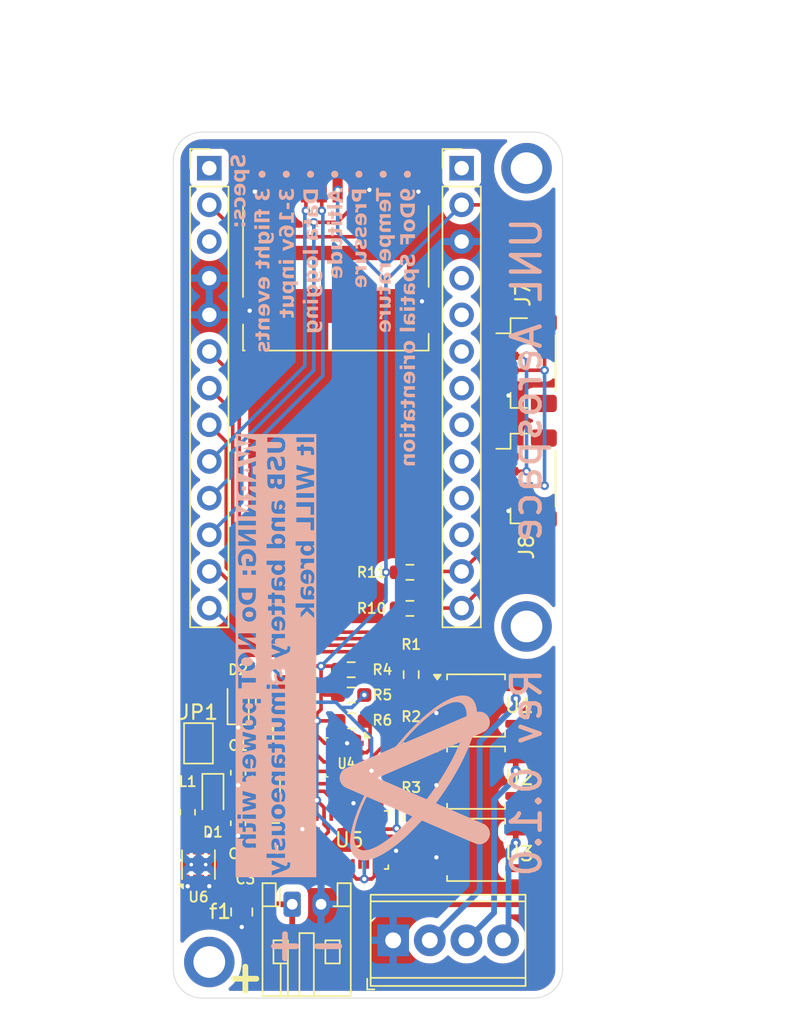
<source format=kicad_pcb>
(kicad_pcb (version 20240108) (generator "pcbnew") (generator_version "8.0")
  (layers (0 "F.Cu" signal) (31 "B.Cu" signal) (34 "B.Paste" user) (35 "F.Paste" user) (36 "B.SilkS" user "B.Silkscreen") (37 "F.SilkS" user "F.Silkscreen") (38 "B.Mask" user) (39 "F.Mask" user) (44 "Edge.Cuts" user))
  (net 0 "")
  (net 1 "+3.3V")
  (net 2 "Net-(R1-Pad2)")
  (net 3 "/Ignitor Logic 3 +")
  (net 4 "Net-(R2-Pad2)")
  (net 5 "/Ignitor Logic 2 +")
  (net 6 "/Ignitor Logic 1 +")
  (net 7 "Net-(R3-Pad2)")
  (net 8 "/SDA")
  (net 9 "/SDA Inter Board")
  (net 18 "/SCL Inter Board")
  (net 19 "/SCL")
  (net 21 "/Ignitor Terminal 2")
  (net 23 "/Ignitor Terminal 3")
  (net 24 "/Ignitor Terminal 1")
  (net 25 "Net-(U4-CSB)")
  (net 30 "Net-(U5-PS0)")
  (net 36 "Net-(U5-CAP)")
  (net 38 "Net-(U4-SDO)")
  (net 39 "Net-(U5-XOUT32)")
  (net 40 "Net-(U5-XIN32)")
  (net 41 "+BATT")
  (net 42 "Net-(U6-SW)")
  (net 45 "Net-(D1-A)")
  (net 46 "GND")
  (net 47 "Net-(D1-K)")
  (net 48 "Net-(D2-A)")
  (net 49 "/SPI CS")
  (net 50 "/SPI SDO")
  (net 51 "/SPI SDI")
  (net 52 "/SPI SCK")
  (footprint "Resistor_SMD:R_0603_1608Metric_Pad0.98x0.95mm_HandSolder" (layer "F.Cu") (at 110.75 106 -90)
    (property "Reference" "R3")
    (property "Value" "4.4k")
  )
  (footprint "Capacitor_SMD:C_0603_1608Metric_Pad1.08x0.95mm_HandSolder" (layer "F.Cu") (at 98.75 106.3875 -90)
    (property "Reference" "C2")
    (property "Value" "22pF")
  )
  (footprint "Resistor_SMD:R_0603_1608Metric_Pad0.98x0.95mm_HandSolder" (layer "F.Cu") (at 110.75 96.0875 -90)
    (property "Reference" "R1")
    (property "Value" "4.4k")
  )
  (footprint "TerminalBlock_Phoenix:TerminalBlock_Phoenix_MPT-0,5-4-2.54_1x04_P2.54mm_Horizontal" (layer "F.Cu") (at 109.5 114.5)
    (property "Reference" "J3" (hide yes))
    (property "Value" "Ignitor Output")
  )
  (footprint "LED_SMD:LED_0603_1608Metric_Pad1.05x0.95mm_HandSolder" (layer "F.Cu") (at 98.75 97.875 90)
    (property "Reference" "D2")
    (property "Value" "LED")
  )
  (footprint "Crystal:Crystal_SMD_G8-2Pin_3.2x1.5mm_HandSoldering" (layer "F.Cu") (at 100.70625 103.66875 90)
    (property "Reference" "Y1")
    (property "Value" "32.768kHz")
  )
  (footprint "Resistor_SMD:R_0603_1608Metric_Pad0.98x0.95mm_HandSolder" (layer "F.Cu") (at 102.70625 101.88125 -90)
    (property "Reference" "R9")
    (property "Value" "10k")
  )
  (footprint "Resistor_SMD:R_0603_1608Metric_Pad0.98x0.95mm_HandSolder" (layer "F.Cu") (at 100.5 97.9125 90)
    (property "Reference" "R7")
    (property "Value" "4.4k")
  )
  (footprint "Resistor_SMD:R_0603_1608Metric_Pad0.98x0.95mm_HandSolder" (layer "F.Cu") (at 102 108.2125 90)
    (property "Reference" "R8")
    (property "Value" "10k")
  )
  (footprint "Inductor_SMD:L_0603_1608Metric_Pad1.05x0.95mm_HandSolder" (layer "F.Cu") (at 95.25 105.625 90)
    (property "Reference" "L1")
    (property "Value" "2.2µH")
  )
  (footprint "MountingHole:MountingHole_2.2mm_M2_ISO7380_Pad" (layer "F.Cu") (at 118.75 61)
    (property "Reference" "H3" (hide yes))
    (property "Value" "MountingHole")
  )
  (footprint "Package_SO:SOP-4_3.8x4.1mm_P2.54mm" (layer "F.Cu") (at 115.25 108.23)
    (property "Reference" "U3")
    (property "Value" "CPC1002N")
  )
  (footprint "Package_LGA:Bosch_LGA-8_2.5x2.5mm_P0.65mm_ClockwisePinNumbering" (layer "F.Cu") (at 106.18125 101.81875 -90)
    (property "Reference" "U4")
    (property "Value" "BME280")
  )
  (footprint "Resistor_SMD:R_0603_1608Metric_Pad0.98x0.95mm_HandSolder" (layer "F.Cu") (at 106.5875 95.75)
    (property "Reference" "R4")
    (property "Value" "4.4k")
  )
  (footprint "Jumper:SolderJumper-2_P1.3mm_Bridged_Pad1.0x1.5mm" (layer "F.Cu") (at 96 100.85 90)
    (property "Reference" "JP1")
    (property "Value" "Battery")
  )
  (footprint "Package_SO:SOP-4_3.8x4.1mm_P2.54mm" (layer "F.Cu") (at 115.25 103.23)
    (property "Reference" "U2")
    (property "Value" "CPC1002N")
  )
  (footprint "Capacitor_SMD:C_0603_1608Metric_Pad1.08x0.95mm_HandSolder" (layer "F.Cu") (at 100.25 108.2625 90)
    (property "Reference" "C3")
    (property "Value" "0.1µF")
  )
  (footprint "Package_LGA:LGA-28_5.2x3.8mm_P0.5mm" (layer "F.Cu") (at 106.45625 107.54375)
    (property "Reference" "U5")
    (property "Value" "BNO055")
  )
  (footprint "Resistor_SMD:R_0603_1608Metric_Pad0.98x0.95mm_HandSolder" (layer "F.Cu") (at 110.6625 89)
    (property "Reference" "R11")
    (property "Value" "4.4k")
  )
  (footprint "Connector_Card:microSD_HC_Hirose_DM3D-SF" (layer "F.Cu") (at 105.525 67.85 180)
    (property "Reference" "J4" (hide yes))
    (property "Value" "Micro_SD_Card")
  )
  (footprint "MountingHole:MountingHole_2.2mm_M2_ISO7380_Pad" (layer "F.Cu") (at 118.75 92.75)
    (property "Reference" "H2" (hide yes))
    (property "Value" "MountingHole")
  )
  (footprint "Connector_PinHeader_2.54mm:PinHeader_1x13_P2.54mm_Vertical" (layer "F.Cu") (at 96.75 61)
    (property "Reference" "J2" (hide yes))
    (property "Value" "Conn_01x13_Socket")
  )
  (footprint "Resistor_SMD:R_0603_1608Metric_Pad0.98x0.95mm_HandSolder" (layer "F.Cu") (at 110.75 101.0875 -90)
    (property "Reference" "R2")
    (property "Value" "4.4k")
  )
  (footprint "Capacitor_SMD:C_0603_1608Metric_Pad1.08x0.95mm_HandSolder" (layer "F.Cu") (at 98.75 102.8875 -90)
    (property "Reference" "C1")
    (property "Value" "22pF")
  )
  (footprint "Diode_SMD:D_0603_1608Metric_Pad1.05x0.95mm_HandSolder" (layer "F.Cu") (at 97 104.625 -90)
    (property "Reference" "D1")
    (property "Value" "D")
  )
  (footprint "Package_SON:WSON-8-1EP_2x2mm_P0.5mm_EP0.9x1.6mm_ThermalVias" (layer "F.Cu") (at 96 109.25 90)
    (property "Reference" "U6")
    (property "Value" "TPS62172DSG")
  )
  (footprint "Connector_JST:JST_PH_S2B-PH-K_1x02_P2.00mm_Horizontal" (layer "F.Cu") (at 102.5 112)
    (property "Reference" "J5" (hide yes))
    (property "Value" "Battery Input")
  )
  (footprint "Package_SO:SOP-4_3.8x4.1mm_P2.54mm" (layer "F.Cu") (at 115.25 98.23)
    (property "Reference" "U1")
    (property "Value" "CPC1002N")
  )
  (footprint "Resistor_SMD:R_0603_1608Metric_Pad0.98x0.95mm_HandSolder" (layer "F.Cu") (at 106.61875 99.29375 180)
    (property "Reference" "R6")
    (property "Value" "10k")
  )
  (footprint "Connector_PinHeader_2.54mm:PinHeader_1x13_P2.54mm_Vertical" (layer "F.Cu") (at 114.25 61)
    (property "Reference" "J1" (hide yes))
    (property "Value" "Conn_01x13_Socket")
  )
  (footprint "Resistor_SMD:R_0603_1608Metric_Pad0.98x0.95mm_HandSolder" (layer "F.Cu") (at 106.5875 97.5)
    (property "Reference" "R5")
    (property "Value" "4.4k")
  )
  (footprint "G2Custom:JST_SH_BM04B-SRSS-TB_1x04-1MP_P1.00mm_Vertical-CUSTOM" (layer "F.Cu") (at 118.75 74.5 -90)
    (property "Reference" "J7")
    (property "Value" "Connector 1")
  )
  (footprint "G2Custom:JST_SH_BM04B-SRSS-TB_1x04-1MP_P1.00mm_Vertical-CUSTOM" (layer "F.Cu") (at 118.75 82.5 -90)
    (property "Reference" "J8")
    (property "Value" "Connector 2")
  )
  (footprint "Capacitor_SMD:C_0805_2012Metric_Pad1.18x1.45mm_HandSolder" (layer "F.Cu") (at 99 112.5375 -90)
    (property "Reference" "f1")
    (property "Value" "10µF")
  )
  (footprint "Resistor_SMD:R_0603_1608Metric_Pad0.98x0.95mm_HandSolder" (layer "F.Cu") (at 110.6625 91.5)
    (property "Reference" "R10")
    (property "Value" "4.4k")
  )
  (footprint "MountingHole:MountingHole_2.2mm_M2_ISO7380_Pad" (layer "F.Cu") (at 96.75 116)
    (property "Reference" "H1" (hide yes))
    (property "Value" "MountingHole")
  )
  (footprint "LOGO" (layer "B.Cu") (at 111 103.25 -90)
    (property "Reference" "G***" (hide yes))
    (property "Value" "LOGO" (hide yes))
  )
  (gr_line (start 96.25 118.5) (end 119.25 118.5) (stroke (width 0.05)) (layer "Edge.Cuts"))
  (gr_arc (start 96.25 118.5) (mid 94.835786 117.914214) (end 94.25 116.5) (stroke (width 0.05)) (layer "Edge.Cuts"))
  (gr_arc (start 94.25 60.5) (mid 94.835786 59.085786) (end 96.25 58.5) (stroke (width 0.05)) (layer "Edge.Cuts"))
  (gr_line (start 121.25 60.5) (end 121.25 116.5) (stroke (width 0.05)) (layer "Edge.Cuts"))
  (gr_arc (start 119.25 58.5) (mid 120.664214 59.085786) (end 121.25 60.5) (stroke (width 0.05)) (layer "Edge.Cuts"))
  (gr_line (start 96.25 58.5) (end 119.25 58.5) (stroke (width 0.05)) (layer "Edge.Cuts"))
  (gr_line (start 94.25 60.5) (end 94.25 116.5) (stroke (width 0.05)) (layer "Edge.Cuts"))
  (gr_arc (start 121.25 116.5) (mid 120.664214 117.914214) (end 119.25 118.5) (stroke (width 0.05)) (layer "Edge.Cuts"))
  (gr_text "Rev 0.1.0" (at 118.75 95.5 90) (layer "B.SilkS") (effects (font (size 2 2) (thickness 0.3) (bold yes)) (justify left mirror)))
  (gr_text "-" (at 105 114.75 0) (layer "B.SilkS") (effects (font (size 2.2 2) (thickness 0.4) (bold yes))))
  (gr_text "WARNING: Do NOT power with \nUSB and battery simultaneously\nIt WILL break" (at 101.5 79.5 90) (layer "B.SilkS" knockout) (effects (font (size 1.2 1.2) (thickness 0.24) (bold yes)) (justify left mirror)))
  (gr_text "+" (at 102 114.75 0) (layer "B.SilkS") (effects (font (size 2.2 2) (thickness 0.4) (bold yes))))
  (gr_text "UNL Aerospace" (at 118.75 64.25 90) (layer "B.SilkS") (effects (font (size 2 2) (thickness 0.3) (bold yes)) (justify left mirror)))
  (gr_text "Specs:\n  • 3 flight events           \n  • 3-16v input\n  • Data logging\n  • Altitude\n  • Pressure\n  • Temperature\n  • 9DoF Spatial orientation" (at 98.25 60 90) (layer "B.SilkS") (effects (font (size 1 1) (thickness 0.2) (bold yes)) (justify left top mirror)))
  (gr_text "+" (at 99.25 117 0) (layer "F.SilkS") (effects (font (size 2.2 2) (thickness 0.4) (bold yes))))
  (segment (start 100.5 97) (end 100.5 96) (width 0.25) (layer "F.Cu") (net 1))
  (segment (start 108.20625 110.05725) (end 108.20625 109.20625) (width 0.25) (layer "F.Cu") (net 1))
  (segment (start 100.5 96) (end 101 95.5) (width 0.25) (layer "F.Cu") (net 1))
  (segment (start 104.20625 101.64375) (end 104.20625 100.29375) (width 0.25) (layer "F.Cu") (net 1))
  (segment (start 108.0135 110.25) (end 108.20625 110.05725) (width 0.25) (layer "F.Cu") (net 1))
  (segment (start 114.25 63.54) (end 116.29 63.54) (width 0.25) (layer "F.Cu") (net 1))
  (segment (start 117 64.25) (end 117 71) (width 0.25) (layer "F.Cu") (net 1))
  (segment (start 104.06875 107.5) (end 104.06875 107.79375) (width 0.25) (layer "F.Cu") (net 1))
  (segment (start 104.70625 105.88125) (end 104.70625 106.46875) (width 0.25) (layer "F.Cu") (net 1))
  (segment (start 105 107) (end 104.5 107.5) (width 0.25) (layer "F.Cu") (net 1))
  (segment (start 117 71) (end 120 74) (width 0.25) (layer "F.Cu") (net 1))
  (segment (start 106.70625 109.9885) (end 106.96775 110.25) (width 0.25) (layer "F.Cu") (net 1))
  (segment (start 104.20625 101.64375) (end 104.70625 102.14375) (width 0.25) (layer "F.Cu") (net 1))
  (segment (start 104.206488 99.293988) (end 104.20625 99.29375) (width 0.25) (layer "F.Cu") (net 1))
  (segment (start 106.70625 109.20625) (end 106.70625 109.9885) (width 0.25) (layer "F.Cu") (net 1))
  (segment (start 98 95.5) (end 101 95.5) (width 0.25) (layer "F.Cu") (net 1))
  (segment (start 105.70625 99.29375) (end 104.20625 99.29375) (width 0.25) (layer "F.Cu") (net 1))
  (segment (start 101 95.5) (end 104.5 95.5) (width 0.25) (layer "F.Cu") (net 1))
  (segment (start 109.75 89) (end 109.75 91.5) (width 0.25) (layer "F.Cu") (net 1))
  (segment (start 97 98.5) (end 97 96.5) (width 0.25) (layer "F.Cu") (net 1))
  (segment (start 109 89) (end 109.75 89) (width 0.25) (layer "F.Cu") (net 1))
  (segment (start 104.20625 99.29375) (end 104.20625 100.29375) (width 0.25) (layer "F.Cu") (net 1))
  (segment (start 104.5 97.25) (end 104.5 95.5) (width 0.25) (layer "F.Cu") (net 1))
  (segment (start 120 74) (end 120 75) (width 0.25) (layer "F.Cu") (net 1))
  (segment (start 104.5 98.5) (end 104.5 97.25) (width 0.25) (layer "F.Cu") (net 1))
  (segment (start 96 100.2) (end 96 99.5) (width 0.25) (layer "F.Cu") (net 1))
  (segment (start 105 106.7625) (end 105 107) (width 0.25) (layer "F.Cu") (net 1))
  (segment (start 117.425 75) (end 120 75) (width 0.25) (layer "F.Cu") (net 1))
  (segment (start 104.5 98.5) (end 104.20625 98.79375) (width 0.25) (layer "F.Cu") (net 1))
  (segment (start 96 99.5) (end 97 98.5) (width 0.25) (layer "F.Cu") (net 1))
  (segment (start 104.20625 98.79375) (end 104.20625 99.29375) (width 0.25) (layer "F.Cu") (net 1))
  (segment (start 105.675 97.5) (end 104.75 97.5) (width 0.25) (layer "F.Cu") (net 1))
  (segment (start 105.425 95.5) (end 105.675 95.75) (width 0.25) (layer "F.Cu") (net 1))
  (segment (start 104.75 97.5) (end 104.5 97.25) (width 0.25) (layer "F.Cu") (net 1))
  (segment (start 104.5 95.5) (end 105.425 95.5) (width 0.25) (layer "F.Cu") (net 1))
  (segment (start 103.53125 100.96875) (end 104.20625 100.29375) (width 0.25) (layer "F.Cu") (net 1))
  (segment (start 106.96775 110.25) (end 108.0135 110.25) (width 0.25) (layer "F.Cu") (net 1))
  (segment (start 116.29 63.54) (end 117 64.25) (width 0.25) (layer "F.Cu") (net 1))
  (segment (start 104.70625 105.29375) (end 104.20625 104.79375) (width 0.25) (layer "F.Cu") (net 1))
  (segment (start 104.70625 102.14375) (end 105.15625 102.14375) (width 0.25) (layer "F.Cu") (net 1))
  (segment (start 102.70625 100.96875) (end 103.53125 100.96875) (width 0.25) (layer "F.Cu") (net 1))
  (segment (start 104.06875 107.29375) (end 104.06875 107.5) (width 0.25) (layer "F.Cu") (net 1))
  (segment (start 117.425 83) (end 120 83) (width 0.25) (layer "F.Cu") (net 1))
  (segment (start 104.70625 105.88125) (end 104.70625 105.29375) (width 0.25) (layer "F.Cu") (net 1))
  (segment (start 97 96.5) (end 98 95.5) (width 0.25) (layer "F.Cu") (net 1))
  (segment (start 104.70625 106.46875) (end 105 106.7625) (width 0.25) (layer "F.Cu") (net 1))
  (segment (start 104.75625 100.84375) (end 104.20625 100.29375) (width 0.25) (layer "F.Cu") (net 1))
  (segment (start 105.15625 100.84375) (end 104.75625 100.84375) (width 0.25) (layer "F.Cu") (net 1))
  (segment (start 104.5 107.5) (end 104.06875 107.5) (width 0.25) (layer "F.Cu") (net 1))
  (via (at 120 75) (size 0.6) (drill 0.3) (layers "F.Cu" "B.Cu") (net 1))
  (via (at 104.5 95.5) (size 0.6) (drill 0.3) (layers "F.Cu" "B.Cu") (net 1))
  (via (at 104.20625 99.29375) (size 0.6) (drill 0.3) (layers "F.Cu" "B.Cu") (net 1))
  (via (at 109 89) (size 0.6) (drill 0.3) (layers "F.Cu" "B.Cu") (net 1))
  (via (at 107.5 110.25) (size 0.6) (drill 0.3) (layers "F.Cu" "B.Cu") (net 1))
  (via (at 105.65 62.5) (size 0.6) (drill 0.3) (layers "F.Cu" "B.Cu") (net 1))
  (via (at 104.20625 104.79375) (size 0.6) (drill 0.3) (layers "F.Cu" "B.Cu") (net 1))
  (via (at 120 83) (size 0.6) (drill 0.3) (layers "F.Cu" "B.Cu") (net 1))
  (segment (start 107.5 109) (end 107.5 110.25) (width 0.25) (layer "B.Cu") (net 1))
  (segment (start 105.65 62.5) (end 105.65 65.44) (width 0.25) (layer "B.Cu") (net 1))
  (segment (start 120 83) (end 120 75) (width 0.25) (layer "B.Cu") (net 1))
  (segment (start 104.5 95.5) (end 109 91) (width 0.25) (layer "B.Cu") (net 1))
  (segment (start 109 91) (end 109 89) (width 0.25) (layer "B.Cu") (net 1))
  (segment (start 104.20625 104.79375) (end 104.20625 105.70625) (width 0.25) (layer "B.Cu") (net 1))
  (segment (start 104.20625 99.29375) (end 104.20625 104.79375) (width 0.25) (layer "B.Cu") (net 1))
  (segment (start 104.20625 105.70625) (end 107.5 109) (width 0.25) (layer "B.Cu") (net 1))
  (segment (start 105.65 65.44) (end 109 68.79) (width 0.25) (layer "B.Cu") (net 1))
  (segment (start 109 68.79) (end 109 89) (width 0.25) (layer "B.Cu") (net 1))
  (segment (start 114.25 63.54) (end 109 68.79) (width 0.25) (layer "B.Cu") (net 1))
  (segment (start 112.46 97) (end 112.5 96.96) (width 0.25) (layer "F.Cu") (net 2))
  (segment (start 110.75 97) (end 112.46 97) (width 0.25) (layer "F.Cu") (net 2))
  (segment (start 97.925 88.675) (end 97.925 79.955) (width 0.25) (layer "F.Cu") (net 3))
  (segment (start 108.586396 94.05) (end 103.3 94.05) (width 0.25) (layer "F.Cu") (net 3))
  (segment (start 110.75 105.0875) (end 110.75 104.6) (width 0.25) (layer "F.Cu") (net 3))
  (segment (start 103.3 94.05) (end 97.925 88.675) (width 0.25) (layer "F.Cu") (net 3))
  (segment (start 109.45 94.913604) (end 108.586396 94.05) (width 0.25) (layer "F.Cu") (net 3))
  (segment (start 110.75 104.6) (end 109.45 103.3) (width 0.25) (layer "F.Cu") (net 3))
  (segment (start 109.45 103.3) (end 109.45 94.913604) (width 0.25) (layer "F.Cu") (net 3))
  (segment (start 97.925 79.955) (end 96.75 78.78) (width 0.25) (layer "F.Cu") (net 3))
  (segment (start 110.75 102) (end 112.46 102) (width 0.25) (layer "F.Cu") (net 4))
  (segment (start 112.46 102) (end 112.5 101.96) (width 0.25) (layer "F.Cu") (net 4))
  (segment (start 109.9 94.727208) (end 108.772792 93.6) (width 0.25) (layer "F.Cu") (net 5))
  (segment (start 103.486396 93.6) (end 98.375 88.488604) (width 0.25) (layer "F.Cu") (net 5))
  (segment (start 109.9 99.325) (end 109.9 94.727208) (width 0.25) (layer "F.Cu") (net 5))
  (segment (start 108.772792 93.6) (end 103.486396 93.6) (width 0.25) (layer "F.Cu") (net 5))
  (segment (start 110.75 100.175) (end 109.9 99.325) (width 0.25) (layer "F.Cu") (net 5))
  (segment (start 98.375 77.865) (end 96.75 76.24) (width 0.25) (layer "F.Cu") (net 5))
  (segment (start 98.375 88.488604) (end 98.375 77.865) (width 0.25) (layer "F.Cu") (net 5))
  (segment (start 98.825 88.302208) (end 98.825 75.775) (width 0.25) (layer "F.Cu") (net 6))
  (segment (start 108.959188 93.15) (end 103.672792 93.15) (width 0.25) (layer "F.Cu") (net 6))
  (segment (start 103.672792 93.15) (end 98.825 88.302208) (width 0.25) (layer "F.Cu") (net 6))
  (segment (start 110.35 94.775) (end 110.35 94.540812) (width 0.25) (layer "F.Cu") (net 6))
  (segment (start 110.75 95.175) (end 110.35 94.775) (width 0.25) (layer "F.Cu") (net 6))
  (segment (start 98.825 75.775) (end 96.75 73.7) (width 0.25) (layer "F.Cu") (net 6))
  (segment (start 110.35 94.540812) (end 108.959188 93.15) (width 0.25) (layer "F.Cu") (net 6))
  (segment (start 112.4525 106.9125) (end 112.5 106.96) (width 0.25) (layer "F.Cu") (net 7))
  (segment (start 110.75 106.9125) (end 112.4525 106.9125) (width 0.25) (layer "F.Cu") (net 7))
  (segment (start 107.5 95.75) (end 108.35 95.75) (width 0.25) (layer "F.Cu") (net 8))
  (segment (start 108.70625 105.88125) (end 108.70625 103.79375) (width 0.25) (layer "F.Cu") (net 8))
  (segment (start 97.44 88.94) (end 96.75 88.94) (width 0.25) (layer "F.Cu") (net 8))
  (segment (start 108.6 101.25) (end 107.70625 102.14375) (width 0.25) (layer "F.Cu") (net 8))
  (segment (start 108.35 95.75) (end 109 95.1) (width 0.25) (layer "F.Cu") (net 8))
  (segment (start 109 100.85) (end 108.6 101.25) (width 0.25) (layer "F.Cu") (net 8))
  (segment (start 109 103.5) (end 109 100.85) (width 0.25) (layer "F.Cu") (net 8))
  (segment (start 107.70625 102.14375) (end 107.20625 102.14375) (width 0.25) (layer "F.Cu") (net 8))
  (segment (start 103 94.5) (end 97.44 88.94) (width 0.25) (layer "F.Cu") (net 8))
  (segment (start 108.70625 103.79375) (end 109 103.5) (width 0.25) (layer "F.Cu") (net 8))
  (segment (start 109 95.1) (end 109 100.85) (width 0.25) (layer "F.Cu") (net 8))
  (segment (start 108.4 94.5) (end 103 94.5) (width 0.25) (layer "F.Cu") (net 8))
  (segment (start 109 95.1) (end 108.4 94.5) (width 0.25) (layer "F.Cu") (net 8))
  (segment (start 116.2 82.450001) (end 116.2 89.53) (width 0.25) (layer "F.Cu") (net 9))
  (segment (start 116.2 89.53) (end 114.25 91.48) (width 0.25) (layer "F.Cu") (net 9))
  (segment (start 116.650001 82) (end 116.2 82.450001) (width 0.25) (layer "F.Cu") (net 9))
  (segment (start 117.425 74) (end 118.75 74) (width 0.25) (layer "F.Cu") (net 9))
  (segment (start 114.25 91.48) (end 111.595 91.48) (width 0.25) (layer "F.Cu") (net 9))
  (segment (start 111.595 91.48) (end 111.575 91.5) (width 0.25) (layer "F.Cu") (net 9))
  (segment (start 118.75 82) (end 117.425 82) (width 0.25) (layer "F.Cu") (net 9))
  (segment (start 117.425 82) (end 116.650001 82) (width 0.25) (layer "F.Cu") (net 9))
  (via (at 118.75 74) (size 0.6) (drill 0.3) (layers "F.Cu" "B.Cu") (net 9))
  (via (at 118.75 82) (size 0.6) (drill 0.3) (layers "F.Cu" "B.Cu") (net 9))
  (segment (start 118.75 74) (end 118.75 82) (width 0.25) (layer "B.Cu") (net 9))
  (segment (start 115.75 73.75) (end 116.5 73) (width 0.25) (layer "F.Cu") (net 18))
  (segment (start 114.25 88.94) (end 115.75 87.44) (width 0.25) (layer "F.Cu") (net 18))
  (segment (start 116.5 81) (end 117.425 81) (width 0.25) (layer "F.Cu") (net 18))
  (segment (start 116.5 81) (end 115.75 80.25) (width 0.25) (layer "F.Cu") (net 18))
  (segment (start 115.75 80.25) (end 115.75 73.75) (width 0.25) (layer "F.Cu") (net 18))
  (segment (start 115.75 81.75) (end 116.5 81) (width 0.25) (layer "F.Cu") (net 18))
  (segment (start 111.635 88.94) (end 111.575 89) (width 0.25) (layer "F.Cu") (net 18))
  (segment (start 116.5 73) (end 117.425 73) (width 0.25) (layer "F.Cu") (net 18))
  (segment (start 115.75 87.44) (end 115.75 81.75) (width 0.25) (layer "F.Cu") (net 18))
  (segment (start 114.25 88.94) (end 111.635 88.94) (width 0.25) (layer "F.Cu") (net 18))
  (segment (start 107.20625 102.79375) (end 107.95625 102.79375) (width 0.25) (layer "F.Cu") (net 19))
  (segment (start 107.95625 102.79375) (end 108 102.75) (width 0.25) (layer "F.Cu") (net 19))
  (segment (start 109.70625 106.79375) (end 109.75 106.75) (width 0.25) (layer "F.Cu") (net 19))
  (segment (start 108.84375 106.79375) (end 109.70625 106.79375) (width 0.25) (layer "F.Cu") (net 19))
  (via (at 109.75 106.75) (size 0.6) (drill 0.3) (layers "F.Cu" "B.Cu") (net 19))
  (via (at 107.5 97.5) (size 0.6) (drill 0.3) (layers "F.Cu" "B.Cu") (net 19))
  (via (at 108 102.75) (size 0.6) (drill 0.3) (layers "F.Cu" "B.Cu") (net 19))
  (segment (start 96.98 91.48) (end 96.75 91.48) (width 0.25) (layer "B.Cu") (net 19))
  (segment (start 103.5 98) (end 96.98 91.48) (width 0.25) (layer "B.Cu") (net 19))
  (segment (start 105.885 98.365) (end 105.52 98) (width 0.25) (layer "B.Cu") (net 19))
  (segment (start 108 100.48) (end 105.885 98.365) (width 0.25) (layer "B.Cu") (net 19))
  (segment (start 108 103.5) (end 108 102.75) (width 0.25) (layer "B.Cu") (net 19))
  (segment (start 109.75 105.25) (end 108 103.5) (width 0.25) (layer "B.Cu") (net 19))
  (segment (start 106.635 98.365) (end 105.885 98.365) (width 0.25) (layer "B.Cu") (net 19))
  (segment (start 109.75 106.75) (end 109.75 105.25) (width 0.25) (layer "B.Cu") (net 19))
  (segment (start 105.52 98) (end 103.5 98) (width 0.25) (layer "B.Cu") (net 19))
  (segment (start 108 102.75) (end 108 100.48) (width 0.25) (layer "B.Cu") (net 19))
  (segment (start 107.5 97.5) (end 106.635 98.365) (width 0.25) (layer "B.Cu") (net 19))
  (segment (start 118 102.75) (end 118 101.96) (width 0.4) (layer "F.Cu") (net 21))
  (via (at 118 102.75) (size 0.7) (drill 0.3) (layers "F.Cu" "B.Cu") (net 21))
  (segment (start 118 102.75) (end 118 103.25) (width 0.4) (layer "B.Cu") (net 21))
  (segment (start 116.5 112.58) (end 114.58 114.5) (width 0.4) (layer "B.Cu") (net 21))
  (segment (start 116.5 104.75) (end 116.5 112.58) (width 0.4) (layer "B.Cu") (net 21))
  (segment (start 114.5 114.25) (end 114.5 114.75) (width 0.4) (layer "B.Cu") (net 21))
  (segment (start 118 103.25) (end 116.5 104.75) (width 0.4) (layer "B.Cu") (net 21))
  (segment (start 118 107.75) (end 118 106.96) (width 0.4) (layer "F.Cu") (net 23))
  (via (at 118 107.75) (size 0.7) (drill 0.3) (layers "F.Cu" "B.Cu") (net 23))
  (segment (start 117.5 114.12) (end 117.12 114.5) (width 0.4) (layer "B.Cu") (net 23))
  (segment (start 118 107.75) (end 117.5 108.25) (width 0.4) (layer "B.Cu") (net 23))
  (segment (start 117.04 114.75) (end 117.5 114.29) (width 0.4) (layer "B.Cu") (net 23))
  (segment (start 117.5 108.25) (end 117.5 114.12) (width 0.4) (layer "B.Cu") (net 23))
  (segment (start 118 97.75) (end 118 96.96) (width 0.4) (layer "F.Cu") (net 24))
  (via (at 118 97.75) (size 0.7) (drill 0.3) (layers "F.Cu" "B.Cu") (net 24))
  (segment (start 118 98.25) (end 115.5 100.75) (width 0.4) (layer "B.Cu") (net 24))
  (segment (start 115.5 111.04) (end 112.04 114.5) (width 0.4) (layer "B.Cu") (net 24))
  (segment (start 118 97.75) (end 118 98.25) (width 0.4) (layer "B.Cu") (net 24))
  (segment (start 115.5 100.75) (end 115.5 111.04) (width 0.4) (layer "B.Cu") (net 24))
  (segment (start 107.65625 101.49375) (end 107.9 101.25) (width 0.25) (layer "F.Cu") (net 25))
  (segment (start 107.9 99.6625) (end 107.53125 99.29375) (width 0.25) (layer "F.Cu") (net 25))
  (segment (start 107.9 101.25) (end 107.9 99.6625) (width 0.25) (layer "F.Cu") (net 25))
  (segment (start 107.20625 101.49375) (end 107.65625 101.49375) (width 0.25) (layer "F.Cu") (net 25))
  (segment (start 104.06875 109.06875) (end 104.20625 109.20625) (width 0.25) (layer "F.Cu") (net 30))
  (segment (start 102.20625 109.20625) (end 102 109) (width 0.25) (layer "F.Cu") (net 30))
  (segment (start 104.06875 109.06875) (end 104.0125 109.125) (width 0.25) (layer "F.Cu") (net 30))
  (segment (start 104.06875 108.29375) (end 104.06875 109.06875) (width 0.25) (layer "F.Cu") (net 30))
  (segment (start 104.06875 108.29375) (end 104.03125 108.29375) (width 0.25) (layer "F.Cu") (net 30))
  (segment (start 104.0125 109.125) (end 102 109.125) (width 0.25) (layer "F.Cu") (net 30))
  (segment (start 100.25 109.125) (end 100.25 109.75) (width 0.25) (layer "F.Cu") (net 36))
  (segment (start 105.75 109.25) (end 105.70625 109.20625) (width 0.25) (layer "F.Cu") (net 36))
  (segment (start 100.25 109.75) (end 100.75 110.25) (width 0.25) (layer "F.Cu") (net 36))
  (segment (start 105.25 110.25) (end 105.70625 109.79375) (width 0.25) (layer "F.Cu") (net 36))
  (segment (start 105.70625 109.79375) (end 105.70625 109.20625) (width 0.25) (layer "F.Cu") (net 36))
  (segment (start 100.75 110.25) (end 105.25 110.25) (width 0.25) (layer "F.Cu") (net 36))
  (segment (start 105.15625 102.79375) (end 102.70625 102.79375) (width 0.25) (layer "F.Cu") (net 38))
  (segment (start 98.75 102.025) (end 100.6875 102.025) (width 0.25) (layer "F.Cu") (net 39))
  (segment (start 100.70625 103.20625) (end 101.15 103.65) (width 0.25) (layer "F.Cu") (net 39))
  (segment (start 105.70625 104.152095) (end 105.70625 105.88125) (width 0.25) (layer "F.Cu") (net 39))
  (segment (start 100.70625 102.04375) (end 100.70625 103.20625) (width 0.25) (layer "F.Cu") (net 39))
  (segment (start 100.6875 102.025) (end 100.70625 102.04375) (width 0.25) (layer "F.Cu") (net 39))
  (segment (start 101.15 103.65) (end 105.204155 103.65) (width 0.25) (layer "F.Cu") (net 39))
  (segment (start 105.204155 103.65) (end 105.70625 104.152095) (width 0.25) (layer "F.Cu") (net 39))
  (segment (start 98.75 105.525) (end 100.475 105.525) (width 0.25) (layer "F.Cu") (net 40))
  (segment (start 104.71875 104.16875) (end 101.83125 104.16875) (width 0.25) (layer "F.Cu") (net 40))
  (segment (start 105.20625 104.65625) (end 104.71875 104.16875) (width 0.25) (layer "F.Cu") (net 40))
  (segment (start 101.83125 104.16875) (end 100.70625 105.29375) (width 0.25) (layer "F.Cu") (net 40))
  (segment (start 105.20625 105.88125) (end 105.20625 104.65625) (width 0.25) (layer "F.Cu") (net 40))
  (segment (start 100.475 105.525) (end 100.70625 105.29375) (width 0.25) (layer "F.Cu") (net 40))
  (segment (start 99.9375 104.525) (end 100.70625 105.29375) (width 0.25) (layer "F.Cu") (net 40))
  (segment (start 96 110.425) (end 96 111) (width 0.4) (layer "F.Cu") (net 41))
  (segment (start 118 109.5) (end 119.25 109.5) (width 0.4) (layer "F.Cu") (net 41))
  (segment (start 101.25 112) (end 102.5 112) (width 0.4) (layer "F.Cu") (net 41))
  (segment (start 100.75 111.5) (end 101.25 112) (width 0.4) (layer "F.Cu") (net 41))
  (segment (start 108.25 112) (end 105.75 114.5) (width 0.4) (layer "F.Cu") (net 41))
  (segment (start 103.25 114.5) (end 102.5 113.75) (width 0.4) (layer "F.Cu") (net 41))
  (segment (start 96 110.425) (end 96.025 110.425) (width 0.4) (layer "F.Cu") (net 41))
  (segment (start 119.25 99.75) (end 119 99.5) (width 0.4) (layer "F.Cu") (net 41))
  (segment (start 96.025 110.425) (end 96.225 110.225) (width 0.4) (layer "F.Cu") (net 41))
  (segment (start 119.25 111.75) (end 119 112) (width 0.4) (layer "F.Cu") (net 41))
  (segment (start 119.25 109.5) (end 119.25 104.5) (width 0.4) (layer "F.Cu") (net 41))
  (segment (start 96.225 110.225) (end 96.225 110.2) (width 0.4) (layer "F.Cu") (net 41))
  (segment (start 119.25 109.5) (end 119.25 111.75) (width 0.4) (layer "F.Cu") (net 41))
  (segment (start 96 111) (end 96.5 111.5) (width 0.4) (layer "F.Cu") (net 41))
  (segment (start 96.5 111.5) (end 99 111.5) (width 0.4) (layer "F.Cu") (net 41))
  (segment (start 96 110.425) (end 95.775 110.2) (width 0.4) (layer "F.Cu") (net 41))
  (segment (start 99 111.5) (end 100.75 111.5) (width 0.4) (layer "F.Cu") (net 41))
  (segment (start 119.25 104.5) (end 118 104.5) (width 0.4) (layer "F.Cu") (net 41))
  (segment (start 102.5 113.75) (end 102.5 112) (width 0.4) (layer "F.Cu") (net 41))
  (segment (start 119.25 104.5) (end 119.25 99.75) (width 0.4) (layer "F.Cu") (net 41))
  (segment (start 119 112) (end 108.25 112) (width 0.4) (layer "F.Cu") (net 41))
  (segment (start 105.75 114.5) (end 103.25 114.5) (width 0.4) (layer "F.Cu") (net 41))
  (segment (start 119 99.5) (end 118 99.5) (width 0.4) (layer "F.Cu") (net 41))
  (segment (start 95.75 108.3) (end 95.75 107.75) (width 0.25) (layer "F.Cu") (net 42))
  (segment (start 95.75 107.75) (end 95.25 107.25) (width 0.25) (layer "F.Cu") (net 42))
  (segment (start 95.25 107.25) (end 95.25 106.5) (width 0.25) (layer "F.Cu") (net 42))
  (segment (start 97 105.5) (end 96 105.5) (width 0.25) (layer "F.Cu") (net 45))
  (segment (start 96.25 108.3) (end 96.25 107.624696) (width 0.25) (layer "F.Cu") (net 45))
  (segment (start 96.25 106.869318) (end 96.25 105.5) (width 0.25) (layer "F.Cu") (net 45))
  (segment (start 96.131195 107.505891) (end 96.131195 106.988123) (width 0.25) (layer "F.Cu") (net 45))
  (segment (start 96 105.5) (end 95.25 104.75) (width 0.25) (layer "F.Cu") (net 45))
  (segment (start 96.25 107.624696) (end 96.131195 107.505891) (width 0.25) (layer "F.Cu") (net 45))
  (segment (start 96.25 105.5) (end 97 105.5) (width 0.25) (layer "F.Cu") (net 45))
  (segment (start 96.131195 106.988123) (end 96.25 106.869318) (width 0.25) (layer "F.Cu") (net 45))
  (segment (start 105.15625 101.49375) (end 105.65625 101.49375) (width 0.25) (layer "F.Cu") (net 46))
  (segment (start 98.75 107.25) (end 100.1 107.25) (width 0.25) (layer "F.Cu") (net 46))
  (segment (start 117.5 76.075) (end 117.425 76) (width 0.25) (layer "F.Cu") (net 46))
  (segment (start 103.20625 106.79375) (end 102.50625 106.79375) (width 0.25) (layer "F.Cu") (net 46))
  (segment (start 106.20625 105.26675) (end 106.473 105) (width 0.25) (layer "F.Cu") (net 46))
  (segment (start 100.1 107.25) (end 100.25 107.4) (width 0.25) (layer "F.Cu") (net 46))
  (segment (start 109.70625 107.59175) (end 109.70625 107.79375) (width 0.25) (layer "F.Cu") (net 46))
  (segment (start 98.75 99.75) (end 98.75 99.5) (width 0.25) (layer "F.Cu") (net 46))
  (segment (start 105.65625 101.49375) (end 106.30625 100.84375) (width 0.25) (layer "F.Cu") (net 46))
  (segment (start 106.20625 105.88125) (end 106.20625 105.26675) (width 0.25) (layer "F.Cu") (net 46))
  (segment (start 109.70625 107.79375) (end 109.70625 108.29375) (width 0.25) (layer "F.Cu") (net 46))
  (segment (start 108.70625 109.20625) (end 109.29375 109.20625) (width 0.25) (layer "F.Cu") (net 46))
  (segment (start 104.06875 106.79375) (end 103.20625 106.79375) (width 0.25) (layer "F.Cu") (net 46))
  (segment (start 117.5 84.75) (end 117.5 84.075) (width 0.25) (layer "F.Cu") (net 46))
  (segment (start 98.75 98.75) (end 98.75 99.75) (width 0.25) (layer "F.Cu") (net 46))
  (segment (start 100.35 107.3) (end 100.25 107.4) (width 0.25) (layer "F.Cu") (net 46))
  (segment (start 96.75 110.75) (end 96.75 110.2) (width 0.25) (layer "F.Cu") (net 46))
  (segment (start 112.5 103.75) (end 112.5 104.5) (width 0.25) (layer "F.Cu") (net 46))
  (segment (start 117.5 76.75) (end 117.5 76.075) (width 0.25) (layer "F.Cu") (net 46))
  (segment (start 96.756195 107.247007) (end 96.759188 107.25) (width 0.25) (layer "F.Cu") (net 46))
  (segment (start 106.473 105) (end 106.75 105) (width 0.25) (layer "F.Cu") (net 46))
  (segment (start 106.30625 100.84375) (end 107.20625 100.84375) (width 0.25) (layer "F.Cu") (net 46))
  (segment (start 102 107.3) (end 100.35 107.3) (width 0.25) (layer "F.Cu") (net 46))
  (segment (start 109.29375 109.20625) (end 109.70625 108.79375) (width 0.25) (layer "F.Cu") (net 46))
  (segment (start 117.5 84.075) (end 117.425 84) (width 0.25) (layer "F.Cu") (net 46))
  (segment (start 108.84375 107.79375) (end 109.70625 107.79375) (width 0.25) (layer "F.Cu") (net 46))
  (segment (start 102.50625 106.79375) (end 102 107.3) (width 0.25) (layer "F.Cu") (net 46))
  (segment (start 96.75 107.253202) (end 96.75 108.3) (width 0.25) (layer "F.Cu") (net 46))
  (segment (start 108.84375 108.29375) (end 109.70625 108.29375) (width 0.25) (layer "F.Cu") (net 46))
  (segment (start 109.70625 108.79375) (end 109.70625 108.29375) (width 0.25) (layer "F.Cu") (net 46))
  (segment (start 96.756195 107.247007) (end 96.75 107.253202) (width 0.25) (layer "F.Cu") (net 46))
  (segment (start 112.5 109.5) (end 112.5 108.75) (width 0.25) (layer "F.Cu") (net 46))
  (segment (start 109.40825 107.29375) (end 109.70625 107.59175) (width 0.25) (layer "F.Cu") (net 46))
  (segment (start 95.25 110.75) (end 95.25 110.2) (width 0.25) (layer "F.Cu") (net 46))
  (segment (start 112.5 98.75) (end 112.5 99.5) (width 0.25) (layer "F.Cu") (net 46))
  (segment (start 108.84375 107.29375) (end 109.40825 107.29375) (width 0.25) (layer "F.Cu") (net 46))
  (via (at 99.9 62.625) (size 0.6) (drill 0.3) (layers "F.Cu" "B.Cu") (net 46))
  (via (at 111.5 70.225) (size 0.6) (drill 0.3) (layers "F.Cu" "B.Cu") (net 46))
  (via (at 99.55 70.875) (size 0.6) (drill 0.3) (layers "F.Cu" "B.Cu") (net 46))
  (via (at 106.30625 100.84375) (size 0.6) (drill 0.3) (layers "F.Cu" "B.Cu") (net 46))
  (via (at 99 113.575) (size 0.6) (drill 0.3) (layers "F.Cu" "B.Cu") (net 46))
  (via (at 96.75 110.75) (size 0.6) (drill 0.3) (layers "F.Cu" "B.Cu") (net 46))
  (via (at 103.20625 106.79375) (size 0.6) (drill 0.3) (layers "F.Cu" "B.Cu") (net 46))
  (via (at 117.5 84.75) (size 0.6) (drill 0.3) (layers "F.Cu" "B.Cu") (net 46))
  (via (at 98.75 107.25) (size 0.6) (drill 0.3) (layers "F.Cu" "B.Cu") (net 46))
  (via (at 98.75 99.75) (size 0.6) (drill 0.3) (layers "F.Cu" "B.Cu") (net 46))
  (via (at 112.5 108.75) (size 0.6) (drill 0.3) (layers "F.Cu" "B.Cu") (net 46))
  (via (at 112.5 103.75) (size 0.6) (drill 0.3) (layers "F.Cu" "B.Cu") (net 46))
  (via (at 95.25 110.75) (size 0.6) (drill 0.3) (layers "F.Cu" "B.Cu") (net 46))
  (via (at 112.5 98.75) (size 0.6) (drill 0.3) (layers "F.Cu" "B.Cu") (net 46))
  (via (at 106.75 105) (size 0.6) (drill 0.3) (layers "F.Cu" "B.Cu") (net 46))
  (via (at 107.85 62.5) (size 0.6) (drill 0.3) (layers "F.Cu" "B.Cu") (net 46))
  (via (at 109.70625 108.29375) (size 0.6) (drill 0.3) (layers "F.Cu" "B.Cu") (net 46))
  (via (at 98.75 103.75) (size 0.6) (drill 0.3) (layers "F.Cu" "B.Cu") (net 46))
  (via (at 117.5 76.75) (size 0.6) (drill 0.3) (layers "F.Cu" "B.Cu") (net 46))
  (via (at 96.756195 107.247007) (size 0.6) (drill 0.3) (layers "F.Cu" "B.Cu") (net 46))
  (via (at 111.25 62.625) (size 0.6) (drill 0.3) (layers "F.Cu" "B.Cu") (net 46))
  (segment (start 96 102.75) (end 96 101.5) (width 0.25) (layer "F.Cu") (net 47))
  (segment (start 97 103.75) (end 96 102.75) (width 0.25) (layer "F.Cu") (net 47))
  (segment (start 99.7 97.45) (end 99.7 98.45) (width 0.25) (layer "F.Cu") (net 48))
  (segment (start 98.75 97) (end 99.25 97) (width 0.25) (layer "F.Cu") (net 48))
  (segment (start 100.075 98.825) (end 100.5 98.825) (width 0.25) (layer "F.Cu") (net 48))
  (segment (start 99.25 97) (end 99.7 97.45) (width 0.25) (layer "F.Cu") (net 48))
  (segment (start 99.7 98.45) (end 100.075 98.825) (width 0.25) (layer "F.Cu") (net 48))
  (segment (start 103.45 62.5) (end 103.45 63.95) (width 0.25) (layer "F.Cu") (net 49))
  (via (at 103.45 63.95) (size 0.6) (drill 0.3) (layers "F.Cu" "B.Cu") (net 49))
  (segment (start 103.375 74.695) (end 96.75 81.32) (width 0.25) (layer "B.Cu") (net 49))
  (segment (start 103.45 63.95) (end 103.375 64.025) (width 0.25) (layer "B.Cu") (net 49))
  (segment (start 103.375 64.025) (end 103.375 74.695) (width 0.25) (layer "B.Cu") (net 49))
  (segment (start 104.55 62.5) (end 104.55 63.95) (width 0.25) (layer "F.Cu") (net 50))
  (via (at 104.55 63.95) (size 0.6) (drill 0.3) (layers "F.Cu" "B.Cu") (net 50))
  (segment (start 99 84.15) (end 96.75 86.4) (width 0.25) (layer "B.Cu") (net 50))
  (segment (start 99 81) (end 99 84.15) (width 0.25) (layer "B.Cu") (net 50))
  (segment (start 104.625 75.375) (end 99 81) (width 0.25) (layer "B.Cu") (net 50))
  (segment (start 104.55 63.95) (end 104.625 64.025) (width 0.25) (layer "B.Cu") (net 50))
  (segment (start 104.625 64.025) (end 104.625 75.375) (width 0.25) (layer "B.Cu") (net 50))
  (segment (start 98.96 65.75) (end 96.75 63.54) (width 0.25) (layer "F.Cu") (net 51))
  (segment (start 108.95 63.625) (end 106.825 65.75) (width 0.25) (layer "F.Cu") (net 51))
  (segment (start 106.825 65.75) (end 98.96 65.75) (width 0.25) (layer "F.Cu") (net 51))
  (segment (start 108.95 62.5) (end 108.95 63.625) (width 0.25) (layer "F.Cu") (net 51))
  (segment (start 105.625 64.75) (end 106.75 63.625) (width 0.25) (layer "F.Cu") (net 52))
  (segment (start 104 64.75) (end 105.625 64.75) (width 0.25) (layer "F.Cu") (net 52))
  (segment (start 106.75 63.625) (end 106.75 62.5) (width 0.25) (layer "F.Cu") (net 52))
  (via (at 104 64.75) (size 0.6) (drill 0.3) (layers "F.Cu" "B.Cu") (net 52))
  (segment (start 98.25 80.75) (end 98.25 82.36) (width 0.25) (layer "B.Cu") (net 52))
  (segment (start 104 75) (end 98.25 80.75) (width 0.25) (layer "B.Cu") (net 52))
  (segment (start 98.25 82.36) (end 96.75 83.86) (width 0.25) (layer "B.Cu") (net 52))
  (segment (start 104 64.75) (end 104 75) (width 0.25) (layer "B.Cu") (net 52))
  (zone (net 46) (net_name "GND") (layer "F.Cu") (connect_pads yes (clearance 0.5)) (min_thickness 0.25) (fill yes (thermal_gap 0.5) (thermal_bridge_width 0.5))
    (polygon (pts (xy 94.25 118.5) (xy 94.25 111.5) (xy 94.25 58.5) (xy 121.25 58.5) (xy 121.25 118.5)))
  )
  (zone (net 46) (net_name "GND") (layer "B.Cu") (connect_pads thru_hole_only (clearance 0.5)) (min_thickness 0.25) (fill yes (thermal_gap 0.5) (thermal_bridge_width 0.5))
    (polygon (pts (xy 94.25 118.5) (xy 94.25 111.5) (xy 94.25 58.5) (xy 121.25 58.5) (xy 121.25 118.5)))
  )
)
</source>
